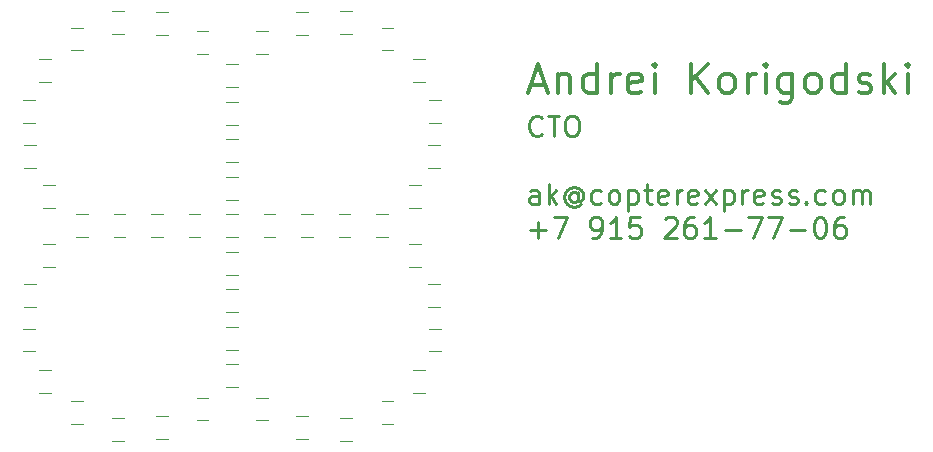
<source format=gbr>
G04 #@! TF.GenerationSoftware,KiCad,Pcbnew,5.0.2+dfsg1-1~bpo9+1*
G04 #@! TF.CreationDate,2019-04-08T01:26:04+03:00*
G04 #@! TF.ProjectId,kicad,6b696361-642e-46b6-9963-61645f706362,rev?*
G04 #@! TF.SameCoordinates,Original*
G04 #@! TF.FileFunction,Legend,Top*
G04 #@! TF.FilePolarity,Positive*
%FSLAX46Y46*%
G04 Gerber Fmt 4.6, Leading zero omitted, Abs format (unit mm)*
G04 Created by KiCad (PCBNEW 5.0.2+dfsg1-1~bpo9+1) date Mon 08 Apr 2019 01:26:04 AM MSK*
%MOMM*%
%LPD*%
G01*
G04 APERTURE LIST*
%ADD10C,0.250000*%
%ADD11C,0.300000*%
%ADD12C,0.120000*%
%ADD13R,0.900800X0.700800*%
G04 APERTURE END LIST*
D10*
X149923166Y-95602500D02*
X149839833Y-95685833D01*
X149589833Y-95769166D01*
X149423166Y-95769166D01*
X149173166Y-95685833D01*
X149006500Y-95519166D01*
X148923166Y-95352500D01*
X148839833Y-95019166D01*
X148839833Y-94769166D01*
X148923166Y-94435833D01*
X149006500Y-94269166D01*
X149173166Y-94102500D01*
X149423166Y-94019166D01*
X149589833Y-94019166D01*
X149839833Y-94102500D01*
X149923166Y-94185833D01*
X150423166Y-94019166D02*
X151423166Y-94019166D01*
X150923166Y-95769166D02*
X150923166Y-94019166D01*
X152339833Y-94019166D02*
X152673166Y-94019166D01*
X152839833Y-94102500D01*
X153006500Y-94269166D01*
X153089833Y-94602500D01*
X153089833Y-95185833D01*
X153006500Y-95519166D01*
X152839833Y-95685833D01*
X152673166Y-95769166D01*
X152339833Y-95769166D01*
X152173166Y-95685833D01*
X152006500Y-95519166D01*
X151923166Y-95185833D01*
X151923166Y-94602500D01*
X152006500Y-94269166D01*
X152173166Y-94102500D01*
X152339833Y-94019166D01*
X149673166Y-101519166D02*
X149673166Y-100602500D01*
X149589833Y-100435833D01*
X149423166Y-100352500D01*
X149089833Y-100352500D01*
X148923166Y-100435833D01*
X149673166Y-101435833D02*
X149506500Y-101519166D01*
X149089833Y-101519166D01*
X148923166Y-101435833D01*
X148839833Y-101269166D01*
X148839833Y-101102500D01*
X148923166Y-100935833D01*
X149089833Y-100852500D01*
X149506500Y-100852500D01*
X149673166Y-100769166D01*
X150506500Y-101519166D02*
X150506500Y-99769166D01*
X150673166Y-100852500D02*
X151173166Y-101519166D01*
X151173166Y-100352500D02*
X150506500Y-101019166D01*
X153006500Y-100685833D02*
X152923166Y-100602500D01*
X152756500Y-100519166D01*
X152589833Y-100519166D01*
X152423166Y-100602500D01*
X152339833Y-100685833D01*
X152256500Y-100852500D01*
X152256500Y-101019166D01*
X152339833Y-101185833D01*
X152423166Y-101269166D01*
X152589833Y-101352500D01*
X152756500Y-101352500D01*
X152923166Y-101269166D01*
X153006500Y-101185833D01*
X153006500Y-100519166D02*
X153006500Y-101185833D01*
X153089833Y-101269166D01*
X153173166Y-101269166D01*
X153339833Y-101185833D01*
X153423166Y-101019166D01*
X153423166Y-100602500D01*
X153256500Y-100352500D01*
X153006500Y-100185833D01*
X152673166Y-100102500D01*
X152339833Y-100185833D01*
X152089833Y-100352500D01*
X151923166Y-100602500D01*
X151839833Y-100935833D01*
X151923166Y-101269166D01*
X152089833Y-101519166D01*
X152339833Y-101685833D01*
X152673166Y-101769166D01*
X153006500Y-101685833D01*
X153256500Y-101519166D01*
X154923166Y-101435833D02*
X154756500Y-101519166D01*
X154423166Y-101519166D01*
X154256500Y-101435833D01*
X154173166Y-101352500D01*
X154089833Y-101185833D01*
X154089833Y-100685833D01*
X154173166Y-100519166D01*
X154256500Y-100435833D01*
X154423166Y-100352500D01*
X154756500Y-100352500D01*
X154923166Y-100435833D01*
X155923166Y-101519166D02*
X155756500Y-101435833D01*
X155673166Y-101352500D01*
X155589833Y-101185833D01*
X155589833Y-100685833D01*
X155673166Y-100519166D01*
X155756500Y-100435833D01*
X155923166Y-100352500D01*
X156173166Y-100352500D01*
X156339833Y-100435833D01*
X156423166Y-100519166D01*
X156506500Y-100685833D01*
X156506500Y-101185833D01*
X156423166Y-101352500D01*
X156339833Y-101435833D01*
X156173166Y-101519166D01*
X155923166Y-101519166D01*
X157256500Y-100352500D02*
X157256500Y-102102500D01*
X157256500Y-100435833D02*
X157423166Y-100352500D01*
X157756500Y-100352500D01*
X157923166Y-100435833D01*
X158006500Y-100519166D01*
X158089833Y-100685833D01*
X158089833Y-101185833D01*
X158006500Y-101352500D01*
X157923166Y-101435833D01*
X157756500Y-101519166D01*
X157423166Y-101519166D01*
X157256500Y-101435833D01*
X158589833Y-100352500D02*
X159256500Y-100352500D01*
X158839833Y-99769166D02*
X158839833Y-101269166D01*
X158923166Y-101435833D01*
X159089833Y-101519166D01*
X159256500Y-101519166D01*
X160506500Y-101435833D02*
X160339833Y-101519166D01*
X160006500Y-101519166D01*
X159839833Y-101435833D01*
X159756500Y-101269166D01*
X159756500Y-100602500D01*
X159839833Y-100435833D01*
X160006500Y-100352500D01*
X160339833Y-100352500D01*
X160506500Y-100435833D01*
X160589833Y-100602500D01*
X160589833Y-100769166D01*
X159756500Y-100935833D01*
X161339833Y-101519166D02*
X161339833Y-100352500D01*
X161339833Y-100685833D02*
X161423166Y-100519166D01*
X161506500Y-100435833D01*
X161673166Y-100352500D01*
X161839833Y-100352500D01*
X163089833Y-101435833D02*
X162923166Y-101519166D01*
X162589833Y-101519166D01*
X162423166Y-101435833D01*
X162339833Y-101269166D01*
X162339833Y-100602500D01*
X162423166Y-100435833D01*
X162589833Y-100352500D01*
X162923166Y-100352500D01*
X163089833Y-100435833D01*
X163173166Y-100602500D01*
X163173166Y-100769166D01*
X162339833Y-100935833D01*
X163756500Y-101519166D02*
X164673166Y-100352500D01*
X163756500Y-100352500D02*
X164673166Y-101519166D01*
X165339833Y-100352500D02*
X165339833Y-102102500D01*
X165339833Y-100435833D02*
X165506500Y-100352500D01*
X165839833Y-100352500D01*
X166006500Y-100435833D01*
X166089833Y-100519166D01*
X166173166Y-100685833D01*
X166173166Y-101185833D01*
X166089833Y-101352500D01*
X166006500Y-101435833D01*
X165839833Y-101519166D01*
X165506500Y-101519166D01*
X165339833Y-101435833D01*
X166923166Y-101519166D02*
X166923166Y-100352500D01*
X166923166Y-100685833D02*
X167006500Y-100519166D01*
X167089833Y-100435833D01*
X167256500Y-100352500D01*
X167423166Y-100352500D01*
X168673166Y-101435833D02*
X168506500Y-101519166D01*
X168173166Y-101519166D01*
X168006500Y-101435833D01*
X167923166Y-101269166D01*
X167923166Y-100602500D01*
X168006500Y-100435833D01*
X168173166Y-100352500D01*
X168506500Y-100352500D01*
X168673166Y-100435833D01*
X168756500Y-100602500D01*
X168756500Y-100769166D01*
X167923166Y-100935833D01*
X169423166Y-101435833D02*
X169589833Y-101519166D01*
X169923166Y-101519166D01*
X170089833Y-101435833D01*
X170173166Y-101269166D01*
X170173166Y-101185833D01*
X170089833Y-101019166D01*
X169923166Y-100935833D01*
X169673166Y-100935833D01*
X169506500Y-100852500D01*
X169423166Y-100685833D01*
X169423166Y-100602500D01*
X169506500Y-100435833D01*
X169673166Y-100352500D01*
X169923166Y-100352500D01*
X170089833Y-100435833D01*
X170839833Y-101435833D02*
X171006500Y-101519166D01*
X171339833Y-101519166D01*
X171506500Y-101435833D01*
X171589833Y-101269166D01*
X171589833Y-101185833D01*
X171506500Y-101019166D01*
X171339833Y-100935833D01*
X171089833Y-100935833D01*
X170923166Y-100852500D01*
X170839833Y-100685833D01*
X170839833Y-100602500D01*
X170923166Y-100435833D01*
X171089833Y-100352500D01*
X171339833Y-100352500D01*
X171506500Y-100435833D01*
X172339833Y-101352500D02*
X172423166Y-101435833D01*
X172339833Y-101519166D01*
X172256500Y-101435833D01*
X172339833Y-101352500D01*
X172339833Y-101519166D01*
X173923166Y-101435833D02*
X173756500Y-101519166D01*
X173423166Y-101519166D01*
X173256500Y-101435833D01*
X173173166Y-101352500D01*
X173089833Y-101185833D01*
X173089833Y-100685833D01*
X173173166Y-100519166D01*
X173256500Y-100435833D01*
X173423166Y-100352500D01*
X173756500Y-100352500D01*
X173923166Y-100435833D01*
X174923166Y-101519166D02*
X174756500Y-101435833D01*
X174673166Y-101352500D01*
X174589833Y-101185833D01*
X174589833Y-100685833D01*
X174673166Y-100519166D01*
X174756500Y-100435833D01*
X174923166Y-100352500D01*
X175173166Y-100352500D01*
X175339833Y-100435833D01*
X175423166Y-100519166D01*
X175506500Y-100685833D01*
X175506500Y-101185833D01*
X175423166Y-101352500D01*
X175339833Y-101435833D01*
X175173166Y-101519166D01*
X174923166Y-101519166D01*
X176256500Y-101519166D02*
X176256500Y-100352500D01*
X176256500Y-100519166D02*
X176339833Y-100435833D01*
X176506500Y-100352500D01*
X176756500Y-100352500D01*
X176923166Y-100435833D01*
X177006500Y-100602500D01*
X177006500Y-101519166D01*
X177006500Y-100602500D02*
X177089833Y-100435833D01*
X177256500Y-100352500D01*
X177506500Y-100352500D01*
X177673166Y-100435833D01*
X177756500Y-100602500D01*
X177756500Y-101519166D01*
X148923166Y-103727500D02*
X150256500Y-103727500D01*
X149589833Y-104394166D02*
X149589833Y-103060833D01*
X150923166Y-102644166D02*
X152089833Y-102644166D01*
X151339833Y-104394166D01*
X154173166Y-104394166D02*
X154506500Y-104394166D01*
X154673166Y-104310833D01*
X154756500Y-104227500D01*
X154923166Y-103977500D01*
X155006500Y-103644166D01*
X155006500Y-102977500D01*
X154923166Y-102810833D01*
X154839833Y-102727500D01*
X154673166Y-102644166D01*
X154339833Y-102644166D01*
X154173166Y-102727500D01*
X154089833Y-102810833D01*
X154006500Y-102977500D01*
X154006500Y-103394166D01*
X154089833Y-103560833D01*
X154173166Y-103644166D01*
X154339833Y-103727500D01*
X154673166Y-103727500D01*
X154839833Y-103644166D01*
X154923166Y-103560833D01*
X155006500Y-103394166D01*
X156673166Y-104394166D02*
X155673166Y-104394166D01*
X156173166Y-104394166D02*
X156173166Y-102644166D01*
X156006500Y-102894166D01*
X155839833Y-103060833D01*
X155673166Y-103144166D01*
X158256500Y-102644166D02*
X157423166Y-102644166D01*
X157339833Y-103477500D01*
X157423166Y-103394166D01*
X157589833Y-103310833D01*
X158006500Y-103310833D01*
X158173166Y-103394166D01*
X158256500Y-103477500D01*
X158339833Y-103644166D01*
X158339833Y-104060833D01*
X158256500Y-104227500D01*
X158173166Y-104310833D01*
X158006500Y-104394166D01*
X157589833Y-104394166D01*
X157423166Y-104310833D01*
X157339833Y-104227500D01*
X160339833Y-102810833D02*
X160423166Y-102727500D01*
X160589833Y-102644166D01*
X161006500Y-102644166D01*
X161173166Y-102727500D01*
X161256500Y-102810833D01*
X161339833Y-102977500D01*
X161339833Y-103144166D01*
X161256500Y-103394166D01*
X160256500Y-104394166D01*
X161339833Y-104394166D01*
X162839833Y-102644166D02*
X162506500Y-102644166D01*
X162339833Y-102727500D01*
X162256500Y-102810833D01*
X162089833Y-103060833D01*
X162006500Y-103394166D01*
X162006500Y-104060833D01*
X162089833Y-104227500D01*
X162173166Y-104310833D01*
X162339833Y-104394166D01*
X162673166Y-104394166D01*
X162839833Y-104310833D01*
X162923166Y-104227500D01*
X163006500Y-104060833D01*
X163006500Y-103644166D01*
X162923166Y-103477500D01*
X162839833Y-103394166D01*
X162673166Y-103310833D01*
X162339833Y-103310833D01*
X162173166Y-103394166D01*
X162089833Y-103477500D01*
X162006500Y-103644166D01*
X164673166Y-104394166D02*
X163673166Y-104394166D01*
X164173166Y-104394166D02*
X164173166Y-102644166D01*
X164006500Y-102894166D01*
X163839833Y-103060833D01*
X163673166Y-103144166D01*
X165423166Y-103727500D02*
X166756500Y-103727500D01*
X167423166Y-102644166D02*
X168589833Y-102644166D01*
X167839833Y-104394166D01*
X169089833Y-102644166D02*
X170256500Y-102644166D01*
X169506500Y-104394166D01*
X170923166Y-103727500D02*
X172256500Y-103727500D01*
X173423166Y-102644166D02*
X173589833Y-102644166D01*
X173756500Y-102727500D01*
X173839833Y-102810833D01*
X173923166Y-102977500D01*
X174006500Y-103310833D01*
X174006500Y-103727500D01*
X173923166Y-104060833D01*
X173839833Y-104227500D01*
X173756500Y-104310833D01*
X173589833Y-104394166D01*
X173423166Y-104394166D01*
X173256500Y-104310833D01*
X173173166Y-104227500D01*
X173089833Y-104060833D01*
X173006500Y-103727500D01*
X173006500Y-103310833D01*
X173089833Y-102977500D01*
X173173166Y-102810833D01*
X173256500Y-102727500D01*
X173423166Y-102644166D01*
X175506500Y-102644166D02*
X175173166Y-102644166D01*
X175006500Y-102727500D01*
X174923166Y-102810833D01*
X174756500Y-103060833D01*
X174673166Y-103394166D01*
X174673166Y-104060833D01*
X174756500Y-104227500D01*
X174839833Y-104310833D01*
X175006500Y-104394166D01*
X175339833Y-104394166D01*
X175506500Y-104310833D01*
X175589833Y-104227500D01*
X175673166Y-104060833D01*
X175673166Y-103644166D01*
X175589833Y-103477500D01*
X175506500Y-103394166D01*
X175339833Y-103310833D01*
X175006500Y-103310833D01*
X174839833Y-103394166D01*
X174756500Y-103477500D01*
X174673166Y-103644166D01*
D11*
X149015190Y-91416666D02*
X150205666Y-91416666D01*
X148777095Y-92130952D02*
X149610428Y-89630952D01*
X150443761Y-92130952D01*
X151277095Y-90464285D02*
X151277095Y-92130952D01*
X151277095Y-90702380D02*
X151396142Y-90583333D01*
X151634238Y-90464285D01*
X151991380Y-90464285D01*
X152229476Y-90583333D01*
X152348523Y-90821428D01*
X152348523Y-92130952D01*
X154610428Y-92130952D02*
X154610428Y-89630952D01*
X154610428Y-92011904D02*
X154372333Y-92130952D01*
X153896142Y-92130952D01*
X153658047Y-92011904D01*
X153539000Y-91892857D01*
X153419952Y-91654761D01*
X153419952Y-90940476D01*
X153539000Y-90702380D01*
X153658047Y-90583333D01*
X153896142Y-90464285D01*
X154372333Y-90464285D01*
X154610428Y-90583333D01*
X155800904Y-92130952D02*
X155800904Y-90464285D01*
X155800904Y-90940476D02*
X155919952Y-90702380D01*
X156039000Y-90583333D01*
X156277095Y-90464285D01*
X156515190Y-90464285D01*
X158300904Y-92011904D02*
X158062809Y-92130952D01*
X157586619Y-92130952D01*
X157348523Y-92011904D01*
X157229476Y-91773809D01*
X157229476Y-90821428D01*
X157348523Y-90583333D01*
X157586619Y-90464285D01*
X158062809Y-90464285D01*
X158300904Y-90583333D01*
X158419952Y-90821428D01*
X158419952Y-91059523D01*
X157229476Y-91297619D01*
X159491380Y-92130952D02*
X159491380Y-90464285D01*
X159491380Y-89630952D02*
X159372333Y-89750000D01*
X159491380Y-89869047D01*
X159610428Y-89750000D01*
X159491380Y-89630952D01*
X159491380Y-89869047D01*
X162586619Y-92130952D02*
X162586619Y-89630952D01*
X164015190Y-92130952D02*
X162943761Y-90702380D01*
X164015190Y-89630952D02*
X162586619Y-91059523D01*
X165443761Y-92130952D02*
X165205666Y-92011904D01*
X165086619Y-91892857D01*
X164967571Y-91654761D01*
X164967571Y-90940476D01*
X165086619Y-90702380D01*
X165205666Y-90583333D01*
X165443761Y-90464285D01*
X165800904Y-90464285D01*
X166039000Y-90583333D01*
X166158047Y-90702380D01*
X166277095Y-90940476D01*
X166277095Y-91654761D01*
X166158047Y-91892857D01*
X166039000Y-92011904D01*
X165800904Y-92130952D01*
X165443761Y-92130952D01*
X167348523Y-92130952D02*
X167348523Y-90464285D01*
X167348523Y-90940476D02*
X167467571Y-90702380D01*
X167586619Y-90583333D01*
X167824714Y-90464285D01*
X168062809Y-90464285D01*
X168896142Y-92130952D02*
X168896142Y-90464285D01*
X168896142Y-89630952D02*
X168777095Y-89750000D01*
X168896142Y-89869047D01*
X169015190Y-89750000D01*
X168896142Y-89630952D01*
X168896142Y-89869047D01*
X171158047Y-90464285D02*
X171158047Y-92488095D01*
X171039000Y-92726190D01*
X170919952Y-92845238D01*
X170681857Y-92964285D01*
X170324714Y-92964285D01*
X170086619Y-92845238D01*
X171158047Y-92011904D02*
X170919952Y-92130952D01*
X170443761Y-92130952D01*
X170205666Y-92011904D01*
X170086619Y-91892857D01*
X169967571Y-91654761D01*
X169967571Y-90940476D01*
X170086619Y-90702380D01*
X170205666Y-90583333D01*
X170443761Y-90464285D01*
X170919952Y-90464285D01*
X171158047Y-90583333D01*
X172705666Y-92130952D02*
X172467571Y-92011904D01*
X172348523Y-91892857D01*
X172229476Y-91654761D01*
X172229476Y-90940476D01*
X172348523Y-90702380D01*
X172467571Y-90583333D01*
X172705666Y-90464285D01*
X173062809Y-90464285D01*
X173300904Y-90583333D01*
X173419952Y-90702380D01*
X173539000Y-90940476D01*
X173539000Y-91654761D01*
X173419952Y-91892857D01*
X173300904Y-92011904D01*
X173062809Y-92130952D01*
X172705666Y-92130952D01*
X175681857Y-92130952D02*
X175681857Y-89630952D01*
X175681857Y-92011904D02*
X175443761Y-92130952D01*
X174967571Y-92130952D01*
X174729476Y-92011904D01*
X174610428Y-91892857D01*
X174491380Y-91654761D01*
X174491380Y-90940476D01*
X174610428Y-90702380D01*
X174729476Y-90583333D01*
X174967571Y-90464285D01*
X175443761Y-90464285D01*
X175681857Y-90583333D01*
X176753285Y-92011904D02*
X176991380Y-92130952D01*
X177467571Y-92130952D01*
X177705666Y-92011904D01*
X177824714Y-91773809D01*
X177824714Y-91654761D01*
X177705666Y-91416666D01*
X177467571Y-91297619D01*
X177110428Y-91297619D01*
X176872333Y-91178571D01*
X176753285Y-90940476D01*
X176753285Y-90821428D01*
X176872333Y-90583333D01*
X177110428Y-90464285D01*
X177467571Y-90464285D01*
X177705666Y-90583333D01*
X178896142Y-92130952D02*
X178896142Y-89630952D01*
X179134238Y-91178571D02*
X179848523Y-92130952D01*
X179848523Y-90464285D02*
X178896142Y-91416666D01*
X180919952Y-92130952D02*
X180919952Y-90464285D01*
X180919952Y-89630952D02*
X180800904Y-89750000D01*
X180919952Y-89869047D01*
X181039000Y-89750000D01*
X180919952Y-89630952D01*
X180919952Y-89869047D01*
D12*
G04 #@! TO.C,D1*
X127384000Y-102381000D02*
X126384000Y-102381000D01*
X127384000Y-104321000D02*
X126384000Y-104321000D01*
G04 #@! TO.C,D2*
X124209000Y-105556000D02*
X123209000Y-105556000D01*
X124209000Y-107496000D02*
X123209000Y-107496000D01*
G04 #@! TO.C,D3*
X121034000Y-102381000D02*
X120034000Y-102381000D01*
X121034000Y-104321000D02*
X120034000Y-104321000D01*
G04 #@! TO.C,D4*
X124209000Y-99206000D02*
X123209000Y-99206000D01*
X124209000Y-101146000D02*
X123209000Y-101146000D01*
G04 #@! TO.C,D5*
X130559000Y-102381000D02*
X129559000Y-102381000D01*
X130559000Y-104321000D02*
X129559000Y-104321000D01*
G04 #@! TO.C,D6*
X124209000Y-108731000D02*
X123209000Y-108731000D01*
X124209000Y-110671000D02*
X123209000Y-110671000D01*
G04 #@! TO.C,D7*
X117859000Y-102381000D02*
X116859000Y-102381000D01*
X117859000Y-104321000D02*
X116859000Y-104321000D01*
G04 #@! TO.C,D8*
X124209000Y-96031000D02*
X123209000Y-96031000D01*
X124209000Y-97971000D02*
X123209000Y-97971000D01*
G04 #@! TO.C,D9*
X133734000Y-102381000D02*
X132734000Y-102381000D01*
X133734000Y-104321000D02*
X132734000Y-104321000D01*
G04 #@! TO.C,D10*
X124209000Y-111905999D02*
X123209000Y-111905999D01*
X124209000Y-113845999D02*
X123209000Y-113845999D01*
G04 #@! TO.C,D11*
X114684000Y-102381000D02*
X113684000Y-102381000D01*
X114684000Y-104321000D02*
X113684000Y-104321000D01*
G04 #@! TO.C,D12*
X124209000Y-92856000D02*
X123209000Y-92856000D01*
X124209000Y-94796000D02*
X123209000Y-94796000D01*
G04 #@! TO.C,D13*
X136909000Y-102381000D02*
X135909000Y-102381000D01*
X136909000Y-104321000D02*
X135909000Y-104321000D01*
G04 #@! TO.C,D14*
X124209000Y-115081000D02*
X123209000Y-115081000D01*
X124209000Y-117021000D02*
X123209000Y-117021000D01*
G04 #@! TO.C,D15*
X111509000Y-102381000D02*
X110509000Y-102381000D01*
X111509000Y-104321000D02*
X110509000Y-104321000D01*
G04 #@! TO.C,D16*
X124209000Y-89681000D02*
X123209000Y-89681000D01*
X124209000Y-91621000D02*
X123209000Y-91621000D01*
G04 #@! TO.C,D17*
X139717852Y-104880666D02*
X138717852Y-104880666D01*
X139717852Y-106820666D02*
X138717852Y-106820666D01*
G04 #@! TO.C,D18*
X121709333Y-117889852D02*
X120709333Y-117889852D01*
X121709333Y-119829852D02*
X120709333Y-119829852D01*
G04 #@! TO.C,D19*
X108700147Y-99881333D02*
X107700147Y-99881333D01*
X108700147Y-101821333D02*
X107700147Y-101821333D01*
G04 #@! TO.C,D20*
X126708666Y-86872147D02*
X125708666Y-86872147D01*
X126708666Y-88812147D02*
X125708666Y-88812147D01*
G04 #@! TO.C,D21*
X141306919Y-108288431D02*
X140306919Y-108288431D01*
X141306919Y-110228431D02*
X140306919Y-110228431D01*
G04 #@! TO.C,D22*
X118301568Y-119478919D02*
X117301568Y-119478919D01*
X118301568Y-121418919D02*
X117301568Y-121418919D01*
G04 #@! TO.C,D23*
X107111080Y-96473568D02*
X106111080Y-96473568D01*
X107111080Y-98413568D02*
X106111080Y-98413568D01*
G04 #@! TO.C,D24*
X130116431Y-85283080D02*
X129116431Y-85283080D01*
X130116431Y-87223080D02*
X129116431Y-87223080D01*
G04 #@! TO.C,D25*
X141416279Y-112046892D02*
X140416279Y-112046892D01*
X141416279Y-113986892D02*
X140416279Y-113986892D01*
G04 #@! TO.C,D26*
X114543107Y-119588279D02*
X113543107Y-119588279D01*
X114543107Y-121528279D02*
X113543107Y-121528279D01*
G04 #@! TO.C,D27*
X107001720Y-92715107D02*
X106001720Y-92715107D01*
X107001720Y-94655107D02*
X106001720Y-94655107D01*
G04 #@! TO.C,D28*
X133874892Y-85173720D02*
X132874892Y-85173720D01*
X133874892Y-87113720D02*
X132874892Y-87113720D01*
G04 #@! TO.C,D29*
X140028045Y-115541287D02*
X139028045Y-115541287D01*
X140028045Y-117481287D02*
X139028045Y-117481287D01*
G04 #@! TO.C,D30*
X111048712Y-118200045D02*
X110048712Y-118200045D01*
X111048712Y-120140045D02*
X110048712Y-120140045D01*
G04 #@! TO.C,D31*
X108389954Y-89220712D02*
X107389954Y-89220712D01*
X108389954Y-91160712D02*
X107389954Y-91160712D01*
G04 #@! TO.C,D32*
X137369287Y-86561954D02*
X136369287Y-86561954D01*
X137369287Y-88501954D02*
X136369287Y-88501954D01*
G04 #@! TO.C,D33*
X137369287Y-118200045D02*
X136369287Y-118200045D01*
X137369287Y-120140045D02*
X136369287Y-120140045D01*
G04 #@! TO.C,D34*
X108389954Y-115541287D02*
X107389954Y-115541287D01*
X108389954Y-117481287D02*
X107389954Y-117481287D01*
G04 #@! TO.C,D35*
X111048712Y-86561954D02*
X110048712Y-86561954D01*
X111048712Y-88501954D02*
X110048712Y-88501954D01*
G04 #@! TO.C,D36*
X140028045Y-89220712D02*
X139028045Y-89220712D01*
X140028045Y-91160712D02*
X139028045Y-91160712D01*
G04 #@! TO.C,D37*
X133874892Y-119588279D02*
X132874892Y-119588279D01*
X133874892Y-121528279D02*
X132874892Y-121528279D01*
G04 #@! TO.C,D38*
X107001720Y-112046892D02*
X106001720Y-112046892D01*
X107001720Y-113986892D02*
X106001720Y-113986892D01*
G04 #@! TO.C,D39*
X114543107Y-85173720D02*
X113543107Y-85173720D01*
X114543107Y-87113720D02*
X113543107Y-87113720D01*
G04 #@! TO.C,D40*
X141416279Y-92715107D02*
X140416279Y-92715107D01*
X141416279Y-94655107D02*
X140416279Y-94655107D01*
G04 #@! TO.C,D41*
X130116431Y-119478919D02*
X129116431Y-119478919D01*
X130116431Y-121418919D02*
X129116431Y-121418919D01*
G04 #@! TO.C,D42*
X107111080Y-108288431D02*
X106111080Y-108288431D01*
X107111080Y-110228431D02*
X106111080Y-110228431D01*
G04 #@! TO.C,D43*
X118301568Y-85283080D02*
X117301568Y-85283080D01*
X118301568Y-87223080D02*
X117301568Y-87223080D01*
G04 #@! TO.C,D44*
X141306919Y-96473568D02*
X140306919Y-96473568D01*
X141306919Y-98413568D02*
X140306919Y-98413568D01*
G04 #@! TO.C,D45*
X126708666Y-117889852D02*
X125708666Y-117889852D01*
X126708666Y-119829852D02*
X125708666Y-119829852D01*
G04 #@! TO.C,D46*
X108700147Y-104880666D02*
X107700147Y-104880666D01*
X108700147Y-106820666D02*
X107700147Y-106820666D01*
G04 #@! TO.C,D47*
X121709333Y-86872147D02*
X120709333Y-86872147D01*
X121709333Y-88812147D02*
X120709333Y-88812147D01*
G04 #@! TO.C,D48*
X139717852Y-99881333D02*
X138717852Y-99881333D01*
X139717852Y-101821333D02*
X138717852Y-101821333D01*
G04 #@! TO.C,D49*
X124209000Y-102381000D02*
X123209000Y-102381000D01*
X124209000Y-104321000D02*
X123209000Y-104321000D01*
G04 #@! TD*
%LPC*%
D13*
G04 #@! TO.C,D1*
X127609000Y-102926000D03*
X127609000Y-103776000D03*
X126159000Y-103776000D03*
X126159000Y-102926000D03*
G04 #@! TD*
G04 #@! TO.C,D2*
X124434000Y-106101000D03*
X124434000Y-106951000D03*
X122984000Y-106951000D03*
X122984000Y-106101000D03*
G04 #@! TD*
G04 #@! TO.C,D3*
X121259000Y-102926000D03*
X121259000Y-103776000D03*
X119809000Y-103776000D03*
X119809000Y-102926000D03*
G04 #@! TD*
G04 #@! TO.C,D4*
X124434000Y-99751000D03*
X124434000Y-100601000D03*
X122984000Y-100601000D03*
X122984000Y-99751000D03*
G04 #@! TD*
G04 #@! TO.C,D5*
X130784000Y-102926000D03*
X130784000Y-103776000D03*
X129334000Y-103776000D03*
X129334000Y-102926000D03*
G04 #@! TD*
G04 #@! TO.C,D6*
X124434000Y-109276000D03*
X124434000Y-110126000D03*
X122984000Y-110126000D03*
X122984000Y-109276000D03*
G04 #@! TD*
G04 #@! TO.C,D7*
X118084000Y-102926000D03*
X118084000Y-103776000D03*
X116634000Y-103776000D03*
X116634000Y-102926000D03*
G04 #@! TD*
G04 #@! TO.C,D8*
X124434000Y-96576000D03*
X124434000Y-97426000D03*
X122984000Y-97426000D03*
X122984000Y-96576000D03*
G04 #@! TD*
G04 #@! TO.C,D9*
X133959000Y-102926000D03*
X133959000Y-103776000D03*
X132509000Y-103776000D03*
X132509000Y-102926000D03*
G04 #@! TD*
G04 #@! TO.C,D10*
X124434000Y-112450999D03*
X124434000Y-113300999D03*
X122984000Y-113300999D03*
X122984000Y-112450999D03*
G04 #@! TD*
G04 #@! TO.C,D11*
X114909000Y-102926000D03*
X114909000Y-103776000D03*
X113459000Y-103776000D03*
X113459000Y-102926000D03*
G04 #@! TD*
G04 #@! TO.C,D12*
X124434000Y-93401000D03*
X124434000Y-94251000D03*
X122984000Y-94251000D03*
X122984000Y-93401000D03*
G04 #@! TD*
G04 #@! TO.C,D13*
X137134000Y-102926000D03*
X137134000Y-103776000D03*
X135684000Y-103776000D03*
X135684000Y-102926000D03*
G04 #@! TD*
G04 #@! TO.C,D14*
X124434000Y-115626000D03*
X124434000Y-116476000D03*
X122984000Y-116476000D03*
X122984000Y-115626000D03*
G04 #@! TD*
G04 #@! TO.C,D15*
X111734000Y-102926000D03*
X111734000Y-103776000D03*
X110284000Y-103776000D03*
X110284000Y-102926000D03*
G04 #@! TD*
G04 #@! TO.C,D16*
X124434000Y-90226000D03*
X124434000Y-91076000D03*
X122984000Y-91076000D03*
X122984000Y-90226000D03*
G04 #@! TD*
G04 #@! TO.C,D17*
X139942852Y-105425666D03*
X139942852Y-106275666D03*
X138492852Y-106275666D03*
X138492852Y-105425666D03*
G04 #@! TD*
G04 #@! TO.C,D18*
X121934333Y-118434852D03*
X121934333Y-119284852D03*
X120484333Y-119284852D03*
X120484333Y-118434852D03*
G04 #@! TD*
G04 #@! TO.C,D19*
X108925147Y-100426333D03*
X108925147Y-101276333D03*
X107475147Y-101276333D03*
X107475147Y-100426333D03*
G04 #@! TD*
G04 #@! TO.C,D20*
X126933666Y-87417147D03*
X126933666Y-88267147D03*
X125483666Y-88267147D03*
X125483666Y-87417147D03*
G04 #@! TD*
G04 #@! TO.C,D21*
X141531919Y-108833431D03*
X141531919Y-109683431D03*
X140081919Y-109683431D03*
X140081919Y-108833431D03*
G04 #@! TD*
G04 #@! TO.C,D22*
X118526568Y-120023919D03*
X118526568Y-120873919D03*
X117076568Y-120873919D03*
X117076568Y-120023919D03*
G04 #@! TD*
G04 #@! TO.C,D23*
X107336080Y-97018568D03*
X107336080Y-97868568D03*
X105886080Y-97868568D03*
X105886080Y-97018568D03*
G04 #@! TD*
G04 #@! TO.C,D24*
X130341431Y-85828080D03*
X130341431Y-86678080D03*
X128891431Y-86678080D03*
X128891431Y-85828080D03*
G04 #@! TD*
G04 #@! TO.C,D25*
X141641279Y-112591892D03*
X141641279Y-113441892D03*
X140191279Y-113441892D03*
X140191279Y-112591892D03*
G04 #@! TD*
G04 #@! TO.C,D26*
X114768107Y-120133279D03*
X114768107Y-120983279D03*
X113318107Y-120983279D03*
X113318107Y-120133279D03*
G04 #@! TD*
G04 #@! TO.C,D27*
X107226720Y-93260107D03*
X107226720Y-94110107D03*
X105776720Y-94110107D03*
X105776720Y-93260107D03*
G04 #@! TD*
G04 #@! TO.C,D28*
X134099892Y-85718720D03*
X134099892Y-86568720D03*
X132649892Y-86568720D03*
X132649892Y-85718720D03*
G04 #@! TD*
G04 #@! TO.C,D29*
X140253045Y-116086287D03*
X140253045Y-116936287D03*
X138803045Y-116936287D03*
X138803045Y-116086287D03*
G04 #@! TD*
G04 #@! TO.C,D30*
X111273712Y-118745045D03*
X111273712Y-119595045D03*
X109823712Y-119595045D03*
X109823712Y-118745045D03*
G04 #@! TD*
G04 #@! TO.C,D31*
X108614954Y-89765712D03*
X108614954Y-90615712D03*
X107164954Y-90615712D03*
X107164954Y-89765712D03*
G04 #@! TD*
G04 #@! TO.C,D32*
X137594287Y-87106954D03*
X137594287Y-87956954D03*
X136144287Y-87956954D03*
X136144287Y-87106954D03*
G04 #@! TD*
G04 #@! TO.C,D33*
X137594287Y-118745045D03*
X137594287Y-119595045D03*
X136144287Y-119595045D03*
X136144287Y-118745045D03*
G04 #@! TD*
G04 #@! TO.C,D34*
X108614954Y-116086287D03*
X108614954Y-116936287D03*
X107164954Y-116936287D03*
X107164954Y-116086287D03*
G04 #@! TD*
G04 #@! TO.C,D35*
X111273712Y-87106954D03*
X111273712Y-87956954D03*
X109823712Y-87956954D03*
X109823712Y-87106954D03*
G04 #@! TD*
G04 #@! TO.C,D36*
X140253045Y-89765712D03*
X140253045Y-90615712D03*
X138803045Y-90615712D03*
X138803045Y-89765712D03*
G04 #@! TD*
G04 #@! TO.C,D37*
X134099892Y-120133279D03*
X134099892Y-120983279D03*
X132649892Y-120983279D03*
X132649892Y-120133279D03*
G04 #@! TD*
G04 #@! TO.C,D38*
X107226720Y-112591892D03*
X107226720Y-113441892D03*
X105776720Y-113441892D03*
X105776720Y-112591892D03*
G04 #@! TD*
G04 #@! TO.C,D39*
X114768107Y-85718720D03*
X114768107Y-86568720D03*
X113318107Y-86568720D03*
X113318107Y-85718720D03*
G04 #@! TD*
G04 #@! TO.C,D40*
X141641279Y-93260107D03*
X141641279Y-94110107D03*
X140191279Y-94110107D03*
X140191279Y-93260107D03*
G04 #@! TD*
G04 #@! TO.C,D41*
X130341431Y-120023919D03*
X130341431Y-120873919D03*
X128891431Y-120873919D03*
X128891431Y-120023919D03*
G04 #@! TD*
G04 #@! TO.C,D42*
X107336080Y-108833431D03*
X107336080Y-109683431D03*
X105886080Y-109683431D03*
X105886080Y-108833431D03*
G04 #@! TD*
G04 #@! TO.C,D43*
X118526568Y-85828080D03*
X118526568Y-86678080D03*
X117076568Y-86678080D03*
X117076568Y-85828080D03*
G04 #@! TD*
G04 #@! TO.C,D44*
X141531919Y-97018568D03*
X141531919Y-97868568D03*
X140081919Y-97868568D03*
X140081919Y-97018568D03*
G04 #@! TD*
G04 #@! TO.C,D45*
X126933666Y-118434852D03*
X126933666Y-119284852D03*
X125483666Y-119284852D03*
X125483666Y-118434852D03*
G04 #@! TD*
G04 #@! TO.C,D46*
X108925147Y-105425666D03*
X108925147Y-106275666D03*
X107475147Y-106275666D03*
X107475147Y-105425666D03*
G04 #@! TD*
G04 #@! TO.C,D47*
X121934333Y-87417147D03*
X121934333Y-88267147D03*
X120484333Y-88267147D03*
X120484333Y-87417147D03*
G04 #@! TD*
G04 #@! TO.C,D48*
X139942852Y-100426333D03*
X139942852Y-101276333D03*
X138492852Y-101276333D03*
X138492852Y-100426333D03*
G04 #@! TD*
G04 #@! TO.C,D49*
X124434000Y-102926000D03*
X124434000Y-103776000D03*
X122984000Y-103776000D03*
X122984000Y-102926000D03*
G04 #@! TD*
M02*

</source>
